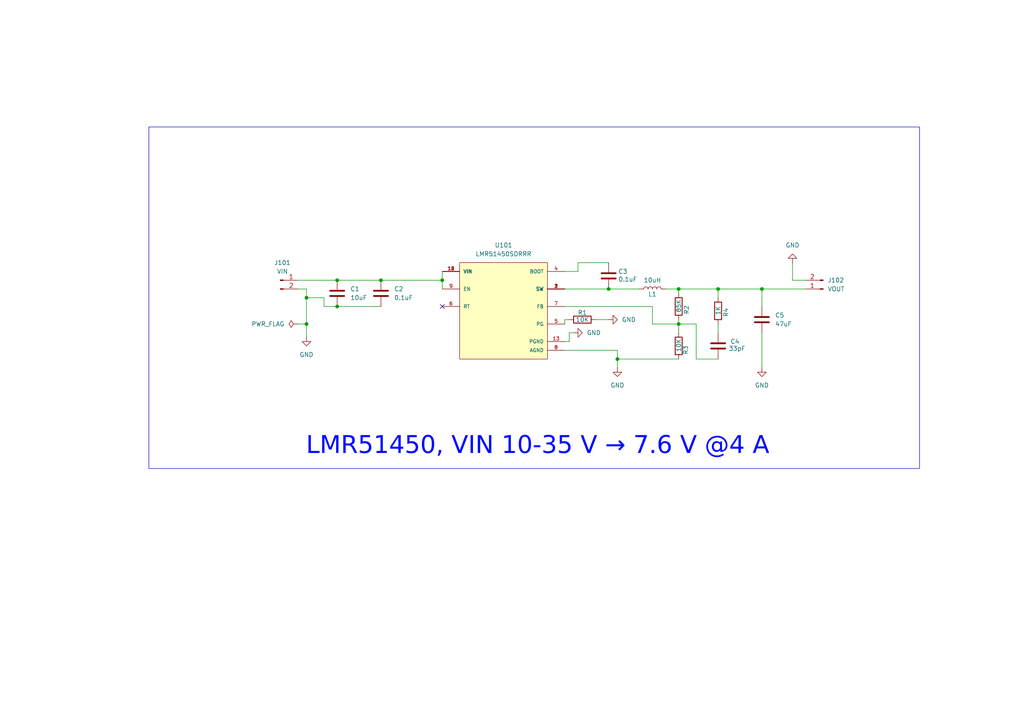
<source format=kicad_sch>
(kicad_sch
	(version 20231120)
	(generator "eeschema")
	(generator_version "8.0")
	(uuid "ba58a1b1-4fb9-4812-9fa8-2d9e693b43a2")
	(paper "A4")
	(title_block
		(title "LMR51450, VIN 10–35 V → 7.6 V @4 A")
		(date "2025-09-13")
		(company "BhargavRamJosh")
	)
	(lib_symbols
		(symbol "Connector:Conn_01x02_Pin"
			(pin_names
				(offset 1.016) hide)
			(exclude_from_sim no)
			(in_bom yes)
			(on_board yes)
			(property "Reference" "J"
				(at 0 2.54 0)
				(effects
					(font
						(size 1.27 1.27)
					)
				)
			)
			(property "Value" "Conn_01x02_Pin"
				(at 0 -5.08 0)
				(effects
					(font
						(size 1.27 1.27)
					)
				)
			)
			(property "Footprint" ""
				(at 0 0 0)
				(effects
					(font
						(size 1.27 1.27)
					)
					(hide yes)
				)
			)
			(property "Datasheet" "~"
				(at 0 0 0)
				(effects
					(font
						(size 1.27 1.27)
					)
					(hide yes)
				)
			)
			(property "Description" "Generic connector, single row, 01x02, script generated"
				(at 0 0 0)
				(effects
					(font
						(size 1.27 1.27)
					)
					(hide yes)
				)
			)
			(property "ki_locked" ""
				(at 0 0 0)
				(effects
					(font
						(size 1.27 1.27)
					)
				)
			)
			(property "ki_keywords" "connector"
				(at 0 0 0)
				(effects
					(font
						(size 1.27 1.27)
					)
					(hide yes)
				)
			)
			(property "ki_fp_filters" "Connector*:*_1x??_*"
				(at 0 0 0)
				(effects
					(font
						(size 1.27 1.27)
					)
					(hide yes)
				)
			)
			(symbol "Conn_01x02_Pin_1_1"
				(polyline
					(pts
						(xy 1.27 -2.54) (xy 0.8636 -2.54)
					)
					(stroke
						(width 0.1524)
						(type default)
					)
					(fill
						(type none)
					)
				)
				(polyline
					(pts
						(xy 1.27 0) (xy 0.8636 0)
					)
					(stroke
						(width 0.1524)
						(type default)
					)
					(fill
						(type none)
					)
				)
				(rectangle
					(start 0.8636 -2.413)
					(end 0 -2.667)
					(stroke
						(width 0.1524)
						(type default)
					)
					(fill
						(type outline)
					)
				)
				(rectangle
					(start 0.8636 0.127)
					(end 0 -0.127)
					(stroke
						(width 0.1524)
						(type default)
					)
					(fill
						(type outline)
					)
				)
				(pin passive line
					(at 5.08 0 180)
					(length 3.81)
					(name "Pin_1"
						(effects
							(font
								(size 1.27 1.27)
							)
						)
					)
					(number "1"
						(effects
							(font
								(size 1.27 1.27)
							)
						)
					)
				)
				(pin passive line
					(at 5.08 -2.54 180)
					(length 3.81)
					(name "Pin_2"
						(effects
							(font
								(size 1.27 1.27)
							)
						)
					)
					(number "2"
						(effects
							(font
								(size 1.27 1.27)
							)
						)
					)
				)
			)
		)
		(symbol "Device:C"
			(pin_numbers hide)
			(pin_names
				(offset 0.254)
			)
			(exclude_from_sim no)
			(in_bom yes)
			(on_board yes)
			(property "Reference" "C"
				(at 0.635 2.54 0)
				(effects
					(font
						(size 1.27 1.27)
					)
					(justify left)
				)
			)
			(property "Value" "C"
				(at 0.635 -2.54 0)
				(effects
					(font
						(size 1.27 1.27)
					)
					(justify left)
				)
			)
			(property "Footprint" ""
				(at 0.9652 -3.81 0)
				(effects
					(font
						(size 1.27 1.27)
					)
					(hide yes)
				)
			)
			(property "Datasheet" "~"
				(at 0 0 0)
				(effects
					(font
						(size 1.27 1.27)
					)
					(hide yes)
				)
			)
			(property "Description" "Unpolarized capacitor"
				(at 0 0 0)
				(effects
					(font
						(size 1.27 1.27)
					)
					(hide yes)
				)
			)
			(property "ki_keywords" "cap capacitor"
				(at 0 0 0)
				(effects
					(font
						(size 1.27 1.27)
					)
					(hide yes)
				)
			)
			(property "ki_fp_filters" "C_*"
				(at 0 0 0)
				(effects
					(font
						(size 1.27 1.27)
					)
					(hide yes)
				)
			)
			(symbol "C_0_1"
				(polyline
					(pts
						(xy -2.032 -0.762) (xy 2.032 -0.762)
					)
					(stroke
						(width 0.508)
						(type default)
					)
					(fill
						(type none)
					)
				)
				(polyline
					(pts
						(xy -2.032 0.762) (xy 2.032 0.762)
					)
					(stroke
						(width 0.508)
						(type default)
					)
					(fill
						(type none)
					)
				)
			)
			(symbol "C_1_1"
				(pin passive line
					(at 0 3.81 270)
					(length 2.794)
					(name "~"
						(effects
							(font
								(size 1.27 1.27)
							)
						)
					)
					(number "1"
						(effects
							(font
								(size 1.27 1.27)
							)
						)
					)
				)
				(pin passive line
					(at 0 -3.81 90)
					(length 2.794)
					(name "~"
						(effects
							(font
								(size 1.27 1.27)
							)
						)
					)
					(number "2"
						(effects
							(font
								(size 1.27 1.27)
							)
						)
					)
				)
			)
		)
		(symbol "Device:L"
			(pin_numbers hide)
			(pin_names
				(offset 1.016) hide)
			(exclude_from_sim no)
			(in_bom yes)
			(on_board yes)
			(property "Reference" "L"
				(at -1.27 0 90)
				(effects
					(font
						(size 1.27 1.27)
					)
				)
			)
			(property "Value" "L"
				(at 1.905 0 90)
				(effects
					(font
						(size 1.27 1.27)
					)
				)
			)
			(property "Footprint" ""
				(at 0 0 0)
				(effects
					(font
						(size 1.27 1.27)
					)
					(hide yes)
				)
			)
			(property "Datasheet" "~"
				(at 0 0 0)
				(effects
					(font
						(size 1.27 1.27)
					)
					(hide yes)
				)
			)
			(property "Description" "Inductor"
				(at 0 0 0)
				(effects
					(font
						(size 1.27 1.27)
					)
					(hide yes)
				)
			)
			(property "ki_keywords" "inductor choke coil reactor magnetic"
				(at 0 0 0)
				(effects
					(font
						(size 1.27 1.27)
					)
					(hide yes)
				)
			)
			(property "ki_fp_filters" "Choke_* *Coil* Inductor_* L_*"
				(at 0 0 0)
				(effects
					(font
						(size 1.27 1.27)
					)
					(hide yes)
				)
			)
			(symbol "L_0_1"
				(arc
					(start 0 -2.54)
					(mid 0.6323 -1.905)
					(end 0 -1.27)
					(stroke
						(width 0)
						(type default)
					)
					(fill
						(type none)
					)
				)
				(arc
					(start 0 -1.27)
					(mid 0.6323 -0.635)
					(end 0 0)
					(stroke
						(width 0)
						(type default)
					)
					(fill
						(type none)
					)
				)
				(arc
					(start 0 0)
					(mid 0.6323 0.635)
					(end 0 1.27)
					(stroke
						(width 0)
						(type default)
					)
					(fill
						(type none)
					)
				)
				(arc
					(start 0 1.27)
					(mid 0.6323 1.905)
					(end 0 2.54)
					(stroke
						(width 0)
						(type default)
					)
					(fill
						(type none)
					)
				)
			)
			(symbol "L_1_1"
				(pin passive line
					(at 0 3.81 270)
					(length 1.27)
					(name "1"
						(effects
							(font
								(size 1.27 1.27)
							)
						)
					)
					(number "1"
						(effects
							(font
								(size 1.27 1.27)
							)
						)
					)
				)
				(pin passive line
					(at 0 -3.81 90)
					(length 1.27)
					(name "2"
						(effects
							(font
								(size 1.27 1.27)
							)
						)
					)
					(number "2"
						(effects
							(font
								(size 1.27 1.27)
							)
						)
					)
				)
			)
		)
		(symbol "Device:R"
			(pin_numbers hide)
			(pin_names
				(offset 0)
			)
			(exclude_from_sim no)
			(in_bom yes)
			(on_board yes)
			(property "Reference" "R"
				(at 2.032 0 90)
				(effects
					(font
						(size 1.27 1.27)
					)
				)
			)
			(property "Value" "R"
				(at 0 0 90)
				(effects
					(font
						(size 1.27 1.27)
					)
				)
			)
			(property "Footprint" ""
				(at -1.778 0 90)
				(effects
					(font
						(size 1.27 1.27)
					)
					(hide yes)
				)
			)
			(property "Datasheet" "~"
				(at 0 0 0)
				(effects
					(font
						(size 1.27 1.27)
					)
					(hide yes)
				)
			)
			(property "Description" "Resistor"
				(at 0 0 0)
				(effects
					(font
						(size 1.27 1.27)
					)
					(hide yes)
				)
			)
			(property "ki_keywords" "R res resistor"
				(at 0 0 0)
				(effects
					(font
						(size 1.27 1.27)
					)
					(hide yes)
				)
			)
			(property "ki_fp_filters" "R_*"
				(at 0 0 0)
				(effects
					(font
						(size 1.27 1.27)
					)
					(hide yes)
				)
			)
			(symbol "R_0_1"
				(rectangle
					(start -1.016 -2.54)
					(end 1.016 2.54)
					(stroke
						(width 0.254)
						(type default)
					)
					(fill
						(type none)
					)
				)
			)
			(symbol "R_1_1"
				(pin passive line
					(at 0 3.81 270)
					(length 1.27)
					(name "~"
						(effects
							(font
								(size 1.27 1.27)
							)
						)
					)
					(number "1"
						(effects
							(font
								(size 1.27 1.27)
							)
						)
					)
				)
				(pin passive line
					(at 0 -3.81 90)
					(length 1.27)
					(name "~"
						(effects
							(font
								(size 1.27 1.27)
							)
						)
					)
					(number "2"
						(effects
							(font
								(size 1.27 1.27)
							)
						)
					)
				)
			)
		)
		(symbol "LMR51450SDRRR:LMR51450SDRRR"
			(pin_names
				(offset 1.016)
			)
			(exclude_from_sim no)
			(in_bom yes)
			(on_board yes)
			(property "Reference" "U"
				(at -12.7 13.335 0)
				(effects
					(font
						(size 1.27 1.27)
					)
					(justify left bottom)
				)
			)
			(property "Value" "LMR51450SDRRR"
				(at -12.7 -17.78 0)
				(effects
					(font
						(size 1.27 1.27)
					)
					(justify left bottom)
				)
			)
			(property "Footprint" "LMR51450SDRRR:CONV_LMR51450SDRRR"
				(at 0 0 0)
				(effects
					(font
						(size 1.27 1.27)
					)
					(justify bottom)
					(hide yes)
				)
			)
			(property "Datasheet" ""
				(at 0 0 0)
				(effects
					(font
						(size 1.27 1.27)
					)
					(hide yes)
				)
			)
			(property "Description" ""
				(at 0 0 0)
				(effects
					(font
						(size 1.27 1.27)
					)
					(hide yes)
				)
			)
			(property "DigiKey_Part_Number" "296-LMR51450SDRRRCT-ND"
				(at 0 0 0)
				(effects
					(font
						(size 1.27 1.27)
					)
					(justify bottom)
					(hide yes)
				)
			)
			(property "SnapEDA_Link" "https://www.snapeda.com/parts/LMR51450SDRRR/Texas+Instruments/view-part/?ref=snap"
				(at 0 0 0)
				(effects
					(font
						(size 1.27 1.27)
					)
					(justify bottom)
					(hide yes)
				)
			)
			(property "MAXIMUM_PACKAGE_HEIGHT" "0.80 mm"
				(at 0 0 0)
				(effects
					(font
						(size 1.27 1.27)
					)
					(justify bottom)
					(hide yes)
				)
			)
			(property "Package" "WSON-12 Texas Instruments"
				(at 0 0 0)
				(effects
					(font
						(size 1.27 1.27)
					)
					(justify bottom)
					(hide yes)
				)
			)
			(property "Check_prices" "https://www.snapeda.com/parts/LMR51450SDRRR/Texas+Instruments/view-part/?ref=eda"
				(at 0 0 0)
				(effects
					(font
						(size 1.27 1.27)
					)
					(justify bottom)
					(hide yes)
				)
			)
			(property "STANDARD" "Manufacturer Recommendations"
				(at 0 0 0)
				(effects
					(font
						(size 1.27 1.27)
					)
					(justify bottom)
					(hide yes)
				)
			)
			(property "PARTREV" "December 2022"
				(at 0 0 0)
				(effects
					(font
						(size 1.27 1.27)
					)
					(justify bottom)
					(hide yes)
				)
			)
			(property "MF" "Texas Instruments"
				(at 0 0 0)
				(effects
					(font
						(size 1.27 1.27)
					)
					(justify bottom)
					(hide yes)
				)
			)
			(property "MP" "LMR51450SDRRR"
				(at 0 0 0)
				(effects
					(font
						(size 1.27 1.27)
					)
					(justify bottom)
					(hide yes)
				)
			)
			(property "Description_1" "\n                        \n                            36-V, 5-A synchronous buck converter\n                        \n"
				(at 0 0 0)
				(effects
					(font
						(size 1.27 1.27)
					)
					(justify bottom)
					(hide yes)
				)
			)
			(property "MANUFACTURER" "Texas Instruments"
				(at 0 0 0)
				(effects
					(font
						(size 1.27 1.27)
					)
					(justify bottom)
					(hide yes)
				)
			)
			(symbol "LMR51450SDRRR_0_0"
				(rectangle
					(start -12.7 -15.24)
					(end 12.7 12.7)
					(stroke
						(width 0.1524)
						(type default)
					)
					(fill
						(type background)
					)
				)
				(pin output line
					(at 17.78 5.08 180)
					(length 5.08)
					(name "SW"
						(effects
							(font
								(size 1.016 1.016)
							)
						)
					)
					(number "1"
						(effects
							(font
								(size 1.016 1.016)
							)
						)
					)
				)
				(pin input line
					(at -17.78 10.16 0)
					(length 5.08)
					(name "VIN"
						(effects
							(font
								(size 1.016 1.016)
							)
						)
					)
					(number "10"
						(effects
							(font
								(size 1.016 1.016)
							)
						)
					)
				)
				(pin input line
					(at -17.78 10.16 0)
					(length 5.08)
					(name "VIN"
						(effects
							(font
								(size 1.016 1.016)
							)
						)
					)
					(number "11"
						(effects
							(font
								(size 1.016 1.016)
							)
						)
					)
				)
				(pin input line
					(at -17.78 10.16 0)
					(length 5.08)
					(name "VIN"
						(effects
							(font
								(size 1.016 1.016)
							)
						)
					)
					(number "12"
						(effects
							(font
								(size 1.016 1.016)
							)
						)
					)
				)
				(pin power_in line
					(at 17.78 -10.16 180)
					(length 5.08)
					(name "PGND"
						(effects
							(font
								(size 1.016 1.016)
							)
						)
					)
					(number "13"
						(effects
							(font
								(size 1.016 1.016)
							)
						)
					)
				)
				(pin output line
					(at 17.78 5.08 180)
					(length 5.08)
					(name "SW"
						(effects
							(font
								(size 1.016 1.016)
							)
						)
					)
					(number "2"
						(effects
							(font
								(size 1.016 1.016)
							)
						)
					)
				)
				(pin output line
					(at 17.78 5.08 180)
					(length 5.08)
					(name "SW"
						(effects
							(font
								(size 1.016 1.016)
							)
						)
					)
					(number "3"
						(effects
							(font
								(size 1.016 1.016)
							)
						)
					)
				)
				(pin passive line
					(at 17.78 10.16 180)
					(length 5.08)
					(name "BOOT"
						(effects
							(font
								(size 1.016 1.016)
							)
						)
					)
					(number "4"
						(effects
							(font
								(size 1.016 1.016)
							)
						)
					)
				)
				(pin output line
					(at 17.78 -5.08 180)
					(length 5.08)
					(name "PG"
						(effects
							(font
								(size 1.016 1.016)
							)
						)
					)
					(number "5"
						(effects
							(font
								(size 1.016 1.016)
							)
						)
					)
				)
				(pin input line
					(at -17.78 0 0)
					(length 5.08)
					(name "RT"
						(effects
							(font
								(size 1.016 1.016)
							)
						)
					)
					(number "6"
						(effects
							(font
								(size 1.016 1.016)
							)
						)
					)
				)
				(pin input line
					(at 17.78 0 180)
					(length 5.08)
					(name "FB"
						(effects
							(font
								(size 1.016 1.016)
							)
						)
					)
					(number "7"
						(effects
							(font
								(size 1.016 1.016)
							)
						)
					)
				)
				(pin power_in line
					(at 17.78 -12.7 180)
					(length 5.08)
					(name "AGND"
						(effects
							(font
								(size 1.016 1.016)
							)
						)
					)
					(number "8"
						(effects
							(font
								(size 1.016 1.016)
							)
						)
					)
				)
				(pin input line
					(at -17.78 5.08 0)
					(length 5.08)
					(name "EN"
						(effects
							(font
								(size 1.016 1.016)
							)
						)
					)
					(number "9"
						(effects
							(font
								(size 1.016 1.016)
							)
						)
					)
				)
			)
		)
		(symbol "power:GND"
			(power)
			(pin_numbers hide)
			(pin_names
				(offset 0) hide)
			(exclude_from_sim no)
			(in_bom yes)
			(on_board yes)
			(property "Reference" "#PWR"
				(at 0 -6.35 0)
				(effects
					(font
						(size 1.27 1.27)
					)
					(hide yes)
				)
			)
			(property "Value" "GND"
				(at 0 -3.81 0)
				(effects
					(font
						(size 1.27 1.27)
					)
				)
			)
			(property "Footprint" ""
				(at 0 0 0)
				(effects
					(font
						(size 1.27 1.27)
					)
					(hide yes)
				)
			)
			(property "Datasheet" ""
				(at 0 0 0)
				(effects
					(font
						(size 1.27 1.27)
					)
					(hide yes)
				)
			)
			(property "Description" "Power symbol creates a global label with name \"GND\" , ground"
				(at 0 0 0)
				(effects
					(font
						(size 1.27 1.27)
					)
					(hide yes)
				)
			)
			(property "ki_keywords" "global power"
				(at 0 0 0)
				(effects
					(font
						(size 1.27 1.27)
					)
					(hide yes)
				)
			)
			(symbol "GND_0_1"
				(polyline
					(pts
						(xy 0 0) (xy 0 -1.27) (xy 1.27 -1.27) (xy 0 -2.54) (xy -1.27 -1.27) (xy 0 -1.27)
					)
					(stroke
						(width 0)
						(type default)
					)
					(fill
						(type none)
					)
				)
			)
			(symbol "GND_1_1"
				(pin power_in line
					(at 0 0 270)
					(length 0)
					(name "~"
						(effects
							(font
								(size 1.27 1.27)
							)
						)
					)
					(number "1"
						(effects
							(font
								(size 1.27 1.27)
							)
						)
					)
				)
			)
		)
		(symbol "power:PWR_FLAG"
			(power)
			(pin_numbers hide)
			(pin_names
				(offset 0) hide)
			(exclude_from_sim no)
			(in_bom yes)
			(on_board yes)
			(property "Reference" "#FLG"
				(at 0 1.905 0)
				(effects
					(font
						(size 1.27 1.27)
					)
					(hide yes)
				)
			)
			(property "Value" "PWR_FLAG"
				(at 0 3.81 0)
				(effects
					(font
						(size 1.27 1.27)
					)
				)
			)
			(property "Footprint" ""
				(at 0 0 0)
				(effects
					(font
						(size 1.27 1.27)
					)
					(hide yes)
				)
			)
			(property "Datasheet" "~"
				(at 0 0 0)
				(effects
					(font
						(size 1.27 1.27)
					)
					(hide yes)
				)
			)
			(property "Description" "Special symbol for telling ERC where power comes from"
				(at 0 0 0)
				(effects
					(font
						(size 1.27 1.27)
					)
					(hide yes)
				)
			)
			(property "ki_keywords" "flag power"
				(at 0 0 0)
				(effects
					(font
						(size 1.27 1.27)
					)
					(hide yes)
				)
			)
			(symbol "PWR_FLAG_0_0"
				(pin power_out line
					(at 0 0 90)
					(length 0)
					(name "~"
						(effects
							(font
								(size 1.27 1.27)
							)
						)
					)
					(number "1"
						(effects
							(font
								(size 1.27 1.27)
							)
						)
					)
				)
			)
			(symbol "PWR_FLAG_0_1"
				(polyline
					(pts
						(xy 0 0) (xy 0 1.27) (xy -1.016 1.905) (xy 0 2.54) (xy 1.016 1.905) (xy 0 1.27)
					)
					(stroke
						(width 0)
						(type default)
					)
					(fill
						(type none)
					)
				)
			)
		)
	)
	(junction
		(at 88.9 93.98)
		(diameter 0)
		(color 0 0 0 0)
		(uuid "1e99f12c-902f-4574-8b91-7db434334acf")
	)
	(junction
		(at 176.53 83.82)
		(diameter 0)
		(color 0 0 0 0)
		(uuid "23b695b7-d768-497f-95d3-4dee98588c52")
	)
	(junction
		(at 196.85 93.98)
		(diameter 0)
		(color 0 0 0 0)
		(uuid "425c14ee-50f6-4d5d-abf5-487360be1d94")
	)
	(junction
		(at 110.49 81.28)
		(diameter 0)
		(color 0 0 0 0)
		(uuid "496220c0-ce9a-4273-9296-0eeaec12fccd")
	)
	(junction
		(at 208.28 83.82)
		(diameter 0)
		(color 0 0 0 0)
		(uuid "59597781-26c8-49d5-b836-15267e9d6645")
	)
	(junction
		(at 179.07 104.14)
		(diameter 0)
		(color 0 0 0 0)
		(uuid "ad703a86-54e2-403b-a6bc-3931c78c1c41")
	)
	(junction
		(at 88.9 86.36)
		(diameter 0)
		(color 0 0 0 0)
		(uuid "b15d6af8-fb3d-48d9-8a3a-a29a363c3b74")
	)
	(junction
		(at 128.27 81.28)
		(diameter 0)
		(color 0 0 0 0)
		(uuid "c4c764f4-1dba-47b2-8b03-ecdfc0d5c0ef")
	)
	(junction
		(at 97.79 81.28)
		(diameter 0)
		(color 0 0 0 0)
		(uuid "cd8013b6-fcea-4a73-aee2-d15d55b139e7")
	)
	(junction
		(at 97.79 88.9)
		(diameter 0)
		(color 0 0 0 0)
		(uuid "e546effc-b5ce-47b4-9956-c281c1daf3ff")
	)
	(junction
		(at 196.85 83.82)
		(diameter 0)
		(color 0 0 0 0)
		(uuid "f1af4509-0e29-4319-bec5-e6c3787fa4c0")
	)
	(junction
		(at 220.98 83.82)
		(diameter 0)
		(color 0 0 0 0)
		(uuid "f9585b44-cd74-48c1-8097-0f366b91b00b")
	)
	(no_connect
		(at 128.27 88.9)
		(uuid "5e82deea-1ec9-4495-afed-2e2cb51e957e")
	)
	(wire
		(pts
			(xy 193.04 83.82) (xy 196.85 83.82)
		)
		(stroke
			(width 0)
			(type default)
		)
		(uuid "00914d85-008d-4c5c-93d8-65ee76d64710")
	)
	(wire
		(pts
			(xy 201.93 104.14) (xy 201.93 93.98)
		)
		(stroke
			(width 0)
			(type default)
		)
		(uuid "03383d66-059b-405b-80d4-f042b357bf30")
	)
	(wire
		(pts
			(xy 208.28 104.14) (xy 201.93 104.14)
		)
		(stroke
			(width 0)
			(type default)
		)
		(uuid "04d79124-cb26-422b-968d-d44ac0e11c2b")
	)
	(wire
		(pts
			(xy 167.64 78.74) (xy 167.64 76.2)
		)
		(stroke
			(width 0)
			(type default)
		)
		(uuid "151b291d-5fd0-45c0-8f09-da16985b4268")
	)
	(wire
		(pts
			(xy 167.64 76.2) (xy 176.53 76.2)
		)
		(stroke
			(width 0)
			(type default)
		)
		(uuid "17da0c44-f537-4801-b400-44bfae03932b")
	)
	(wire
		(pts
			(xy 229.87 76.2) (xy 229.87 81.28)
		)
		(stroke
			(width 0)
			(type default)
		)
		(uuid "242ba699-042e-442c-999b-72d01c81d10e")
	)
	(wire
		(pts
			(xy 163.83 78.74) (xy 167.64 78.74)
		)
		(stroke
			(width 0)
			(type default)
		)
		(uuid "2450d0b7-36f5-46b3-8ed9-e2c2b6d55ba7")
	)
	(wire
		(pts
			(xy 196.85 83.82) (xy 208.28 83.82)
		)
		(stroke
			(width 0)
			(type default)
		)
		(uuid "32f1798d-7f9c-4fbb-8b28-80e4e194755b")
	)
	(wire
		(pts
			(xy 179.07 104.14) (xy 179.07 106.68)
		)
		(stroke
			(width 0)
			(type default)
		)
		(uuid "36558a65-03ca-4462-9c55-8b8e00bb84b1")
	)
	(wire
		(pts
			(xy 110.49 81.28) (xy 128.27 81.28)
		)
		(stroke
			(width 0)
			(type default)
		)
		(uuid "39e09e11-a56a-493a-a4b9-df78876b1770")
	)
	(wire
		(pts
			(xy 172.72 92.71) (xy 176.53 92.71)
		)
		(stroke
			(width 0)
			(type default)
		)
		(uuid "3da66677-563d-4c5c-8b4a-808bd41727b2")
	)
	(wire
		(pts
			(xy 208.28 93.98) (xy 208.28 96.52)
		)
		(stroke
			(width 0)
			(type default)
		)
		(uuid "3e684088-6fc2-43be-bb7d-f555f2ef154b")
	)
	(wire
		(pts
			(xy 208.28 83.82) (xy 220.98 83.82)
		)
		(stroke
			(width 0)
			(type default)
		)
		(uuid "499ff40d-ec20-4458-a18f-a9b6e55aefe6")
	)
	(wire
		(pts
			(xy 88.9 93.98) (xy 88.9 97.79)
		)
		(stroke
			(width 0)
			(type default)
		)
		(uuid "536c60ae-f006-40b5-ba33-6211c2d2221f")
	)
	(wire
		(pts
			(xy 165.1 96.52) (xy 166.37 96.52)
		)
		(stroke
			(width 0)
			(type default)
		)
		(uuid "5b6ff1df-b2f6-4acd-b2f5-2f6ffb74da22")
	)
	(wire
		(pts
			(xy 196.85 83.82) (xy 196.85 85.09)
		)
		(stroke
			(width 0)
			(type default)
		)
		(uuid "620325a4-b1eb-4345-9905-6dcf28fa33ab")
	)
	(wire
		(pts
			(xy 97.79 81.28) (xy 110.49 81.28)
		)
		(stroke
			(width 0)
			(type default)
		)
		(uuid "64768cf0-d35b-4c0f-94e1-1e9140d0b072")
	)
	(wire
		(pts
			(xy 128.27 81.28) (xy 128.27 78.74)
		)
		(stroke
			(width 0)
			(type default)
		)
		(uuid "682e671f-76ed-47ab-b0b1-acdf48906ed1")
	)
	(wire
		(pts
			(xy 97.79 88.9) (xy 110.49 88.9)
		)
		(stroke
			(width 0)
			(type default)
		)
		(uuid "6e3b4e7b-6aa4-48a5-b7c2-177589997d7e")
	)
	(wire
		(pts
			(xy 163.83 88.9) (xy 189.23 88.9)
		)
		(stroke
			(width 0)
			(type default)
		)
		(uuid "70e049e8-2f26-49c9-abd2-40ebc9449b8e")
	)
	(wire
		(pts
			(xy 220.98 96.52) (xy 220.98 106.68)
		)
		(stroke
			(width 0)
			(type default)
		)
		(uuid "7b9ee764-67ed-4421-abe2-7282fffdb840")
	)
	(wire
		(pts
			(xy 165.1 99.06) (xy 163.83 99.06)
		)
		(stroke
			(width 0)
			(type default)
		)
		(uuid "7bf7fe09-62b5-4f60-830d-bb6d74e31b4f")
	)
	(wire
		(pts
			(xy 128.27 81.28) (xy 128.27 83.82)
		)
		(stroke
			(width 0)
			(type default)
		)
		(uuid "7cb85e17-4656-4db1-9418-e73a7d535dc3")
	)
	(wire
		(pts
			(xy 201.93 93.98) (xy 196.85 93.98)
		)
		(stroke
			(width 0)
			(type default)
		)
		(uuid "821c16cb-55d2-4126-b23d-11d1365232fb")
	)
	(wire
		(pts
			(xy 86.36 81.28) (xy 97.79 81.28)
		)
		(stroke
			(width 0)
			(type default)
		)
		(uuid "85ecaa31-fc9f-4503-a689-8d1a50fd1be8")
	)
	(wire
		(pts
			(xy 208.28 83.82) (xy 208.28 86.36)
		)
		(stroke
			(width 0)
			(type default)
		)
		(uuid "903ca31c-58e6-4c60-a663-e2cc4005c664")
	)
	(wire
		(pts
			(xy 179.07 101.6) (xy 179.07 104.14)
		)
		(stroke
			(width 0)
			(type default)
		)
		(uuid "936a02f6-fd4f-4343-8c16-7f42950db7c4")
	)
	(wire
		(pts
			(xy 196.85 93.98) (xy 196.85 96.52)
		)
		(stroke
			(width 0)
			(type default)
		)
		(uuid "9520c130-9698-4f72-b4f2-9183cfd4b19c")
	)
	(wire
		(pts
			(xy 93.98 88.9) (xy 93.98 86.36)
		)
		(stroke
			(width 0)
			(type default)
		)
		(uuid "9873fbf2-6ff6-4296-ad6e-cebb76af3dee")
	)
	(wire
		(pts
			(xy 88.9 86.36) (xy 88.9 93.98)
		)
		(stroke
			(width 0)
			(type default)
		)
		(uuid "a4fc673e-a327-4394-9819-52892a10bb05")
	)
	(wire
		(pts
			(xy 163.83 93.98) (xy 163.83 92.71)
		)
		(stroke
			(width 0)
			(type default)
		)
		(uuid "a5dc8fec-a94b-40c5-87dc-2342b3fcc5cb")
	)
	(wire
		(pts
			(xy 88.9 83.82) (xy 88.9 86.36)
		)
		(stroke
			(width 0)
			(type default)
		)
		(uuid "af63940d-3696-4020-b4f7-5d185ee28e6a")
	)
	(wire
		(pts
			(xy 165.1 96.52) (xy 165.1 99.06)
		)
		(stroke
			(width 0)
			(type default)
		)
		(uuid "b3d14d51-caf5-4e84-a6f9-c73b21fd6fae")
	)
	(wire
		(pts
			(xy 233.68 81.28) (xy 229.87 81.28)
		)
		(stroke
			(width 0)
			(type default)
		)
		(uuid "b47a64bc-162d-44b8-b7f3-781609f966d1")
	)
	(wire
		(pts
			(xy 220.98 83.82) (xy 233.68 83.82)
		)
		(stroke
			(width 0)
			(type default)
		)
		(uuid "ba672187-ec6e-465c-96c1-d5ce69eee258")
	)
	(wire
		(pts
			(xy 93.98 86.36) (xy 88.9 86.36)
		)
		(stroke
			(width 0)
			(type default)
		)
		(uuid "bc97b8a9-f6fe-4682-b6df-59c8ba310842")
	)
	(wire
		(pts
			(xy 176.53 83.82) (xy 185.42 83.82)
		)
		(stroke
			(width 0)
			(type default)
		)
		(uuid "c64b6594-2167-4128-985e-ba8bb019f13c")
	)
	(wire
		(pts
			(xy 179.07 104.14) (xy 196.85 104.14)
		)
		(stroke
			(width 0)
			(type default)
		)
		(uuid "cb3fbb2b-a2cc-4376-bad7-dd79f32b879f")
	)
	(wire
		(pts
			(xy 97.79 88.9) (xy 93.98 88.9)
		)
		(stroke
			(width 0)
			(type default)
		)
		(uuid "cb861f42-f280-4f16-b57c-ea2766e96e02")
	)
	(wire
		(pts
			(xy 86.36 93.98) (xy 88.9 93.98)
		)
		(stroke
			(width 0)
			(type default)
		)
		(uuid "cce95af0-3449-4de2-81ed-f839fe17efdb")
	)
	(wire
		(pts
			(xy 196.85 92.71) (xy 196.85 93.98)
		)
		(stroke
			(width 0)
			(type default)
		)
		(uuid "dbe62445-5c48-4483-ae95-b489a771cecf")
	)
	(wire
		(pts
			(xy 88.9 83.82) (xy 86.36 83.82)
		)
		(stroke
			(width 0)
			(type default)
		)
		(uuid "de3c4190-f21e-4b46-883e-aab8ae7f3902")
	)
	(wire
		(pts
			(xy 163.83 101.6) (xy 179.07 101.6)
		)
		(stroke
			(width 0)
			(type default)
		)
		(uuid "e5b90d93-0802-4b7c-886b-31040891d836")
	)
	(wire
		(pts
			(xy 189.23 88.9) (xy 189.23 93.98)
		)
		(stroke
			(width 0)
			(type default)
		)
		(uuid "e8a8924c-cc8b-4db4-b85f-ed5206ed561e")
	)
	(wire
		(pts
			(xy 163.83 83.82) (xy 176.53 83.82)
		)
		(stroke
			(width 0)
			(type default)
		)
		(uuid "e961a2d6-94fd-4389-96ce-99dd98358fe5")
	)
	(wire
		(pts
			(xy 163.83 92.71) (xy 165.1 92.71)
		)
		(stroke
			(width 0)
			(type default)
		)
		(uuid "ee4e91f8-c4c9-481f-b558-03b2ea319df1")
	)
	(wire
		(pts
			(xy 189.23 93.98) (xy 196.85 93.98)
		)
		(stroke
			(width 0)
			(type default)
		)
		(uuid "f544f989-a724-45a8-987c-aafde69cb69a")
	)
	(wire
		(pts
			(xy 220.98 83.82) (xy 220.98 88.9)
		)
		(stroke
			(width 0)
			(type default)
		)
		(uuid "fce3d405-9d99-481e-8cda-ad97758a5e6a")
	)
	(rectangle
		(start 266.7 135.89)
		(end 43.18 36.83)
		(stroke
			(width 0)
			(type default)
		)
		(fill
			(type none)
		)
		(uuid 62170d88-a5ab-4c94-8a5e-947ce0ab249e)
	)
	(text "LMR51450, VIN 10-35 V → 7.6 V @4 A"
		(exclude_from_sim no)
		(at 155.956 130.81 0)
		(effects
			(font
				(face "Arial")
				(size 5.08 5.08)
				(color 0 6 255 1)
			)
		)
		(uuid "1defcff6-df01-4f5d-aa4e-29a48afd0179")
	)
	(symbol
		(lib_id "power:PWR_FLAG")
		(at 86.36 93.98 90)
		(unit 1)
		(exclude_from_sim no)
		(in_bom yes)
		(on_board yes)
		(dnp no)
		(fields_autoplaced yes)
		(uuid "05aa04a8-5886-4404-b23f-0c096a49c996")
		(property "Reference" "#FLG0101"
			(at 84.455 93.98 0)
			(effects
				(font
					(size 1.27 1.27)
				)
				(hide yes)
			)
		)
		(property "Value" "PWR_FLAG"
			(at 82.55 93.9799 90)
			(effects
				(font
					(size 1.27 1.27)
				)
				(justify left)
			)
		)
		(property "Footprint" ""
			(at 86.36 93.98 0)
			(effects
				(font
					(size 1.27 1.27)
				)
				(hide yes)
			)
		)
		(property "Datasheet" "~"
			(at 86.36 93.98 0)
			(effects
				(font
					(size 1.27 1.27)
				)
				(hide yes)
			)
		)
		(property "Description" "Special symbol for telling ERC where power comes from"
			(at 86.36 93.98 0)
			(effects
				(font
					(size 1.27 1.27)
				)
				(hide yes)
			)
		)
		(pin "1"
			(uuid "9fa5b2ac-b1de-4768-8b96-09daa15c5d17")
		)
		(instances
			(project "DCtoDC"
				(path "/ba58a1b1-4fb9-4812-9fa8-2d9e693b43a2"
					(reference "#FLG0101")
					(unit 1)
				)
			)
		)
	)
	(symbol
		(lib_id "power:GND")
		(at 176.53 92.71 90)
		(unit 1)
		(exclude_from_sim no)
		(in_bom yes)
		(on_board yes)
		(dnp no)
		(fields_autoplaced yes)
		(uuid "183ffd88-e2e7-49eb-8f22-08a7cc3cde2c")
		(property "Reference" "#PWR0103"
			(at 182.88 92.71 0)
			(effects
				(font
					(size 1.27 1.27)
				)
				(hide yes)
			)
		)
		(property "Value" "GND"
			(at 180.34 92.7099 90)
			(effects
				(font
					(size 1.27 1.27)
				)
				(justify right)
			)
		)
		(property "Footprint" ""
			(at 176.53 92.71 0)
			(effects
				(font
					(size 1.27 1.27)
				)
				(hide yes)
			)
		)
		(property "Datasheet" ""
			(at 176.53 92.71 0)
			(effects
				(font
					(size 1.27 1.27)
				)
				(hide yes)
			)
		)
		(property "Description" "Power symbol creates a global label with name \"GND\" , ground"
			(at 176.53 92.71 0)
			(effects
				(font
					(size 1.27 1.27)
				)
				(hide yes)
			)
		)
		(pin "1"
			(uuid "de660264-0f3b-45ed-b86c-dacca25419e8")
		)
		(instances
			(project ""
				(path "/ba58a1b1-4fb9-4812-9fa8-2d9e693b43a2"
					(reference "#PWR0103")
					(unit 1)
				)
			)
		)
	)
	(symbol
		(lib_id "power:GND")
		(at 179.07 106.68 0)
		(unit 1)
		(exclude_from_sim no)
		(in_bom yes)
		(on_board yes)
		(dnp no)
		(fields_autoplaced yes)
		(uuid "1c1106a8-da2c-4504-8270-6d0d0027ba01")
		(property "Reference" "#PWR0105"
			(at 179.07 113.03 0)
			(effects
				(font
					(size 1.27 1.27)
				)
				(hide yes)
			)
		)
		(property "Value" "GND"
			(at 179.07 111.76 0)
			(effects
				(font
					(size 1.27 1.27)
				)
			)
		)
		(property "Footprint" ""
			(at 179.07 106.68 0)
			(effects
				(font
					(size 1.27 1.27)
				)
				(hide yes)
			)
		)
		(property "Datasheet" ""
			(at 179.07 106.68 0)
			(effects
				(font
					(size 1.27 1.27)
				)
				(hide yes)
			)
		)
		(property "Description" "Power symbol creates a global label with name \"GND\" , ground"
			(at 179.07 106.68 0)
			(effects
				(font
					(size 1.27 1.27)
				)
				(hide yes)
			)
		)
		(pin "1"
			(uuid "1bc6fb4c-5f4f-4665-a023-1273ee6768bc")
		)
		(instances
			(project ""
				(path "/ba58a1b1-4fb9-4812-9fa8-2d9e693b43a2"
					(reference "#PWR0105")
					(unit 1)
				)
			)
		)
	)
	(symbol
		(lib_id "Device:R")
		(at 208.28 90.17 0)
		(unit 1)
		(exclude_from_sim no)
		(in_bom yes)
		(on_board yes)
		(dnp no)
		(uuid "1fb9aec3-7541-4e2a-a880-95165b15da9f")
		(property "Reference" "R4"
			(at 210.566 91.948 90)
			(effects
				(font
					(size 1.27 1.27)
				)
				(justify left)
			)
		)
		(property "Value" "1K"
			(at 208.28 91.44 90)
			(effects
				(font
					(size 1.27 1.27)
				)
				(justify left)
			)
		)
		(property "Footprint" "Resistor_SMD:R_0201_0603Metric"
			(at 206.502 90.17 90)
			(effects
				(font
					(size 1.27 1.27)
				)
				(hide yes)
			)
		)
		(property "Datasheet" "~"
			(at 208.28 90.17 0)
			(effects
				(font
					(size 1.27 1.27)
				)
				(hide yes)
			)
		)
		(property "Description" "Resistor"
			(at 208.28 90.17 0)
			(effects
				(font
					(size 1.27 1.27)
				)
				(hide yes)
			)
		)
		(pin "2"
			(uuid "8321ccf8-c563-415d-a250-b17aaf7e8e5e")
		)
		(pin "1"
			(uuid "d9562419-6336-46f3-bb75-70afe169c3e7")
		)
		(instances
			(project ""
				(path "/ba58a1b1-4fb9-4812-9fa8-2d9e693b43a2"
					(reference "R4")
					(unit 1)
				)
			)
		)
	)
	(symbol
		(lib_id "power:GND")
		(at 166.37 96.52 90)
		(unit 1)
		(exclude_from_sim no)
		(in_bom yes)
		(on_board yes)
		(dnp no)
		(fields_autoplaced yes)
		(uuid "3ab85b43-f9fa-44e2-bf8d-ed815fd3fdc7")
		(property "Reference" "#PWR0101"
			(at 172.72 96.52 0)
			(effects
				(font
					(size 1.27 1.27)
				)
				(hide yes)
			)
		)
		(property "Value" "GND"
			(at 170.18 96.5199 90)
			(effects
				(font
					(size 1.27 1.27)
				)
				(justify right)
			)
		)
		(property "Footprint" ""
			(at 166.37 96.52 0)
			(effects
				(font
					(size 1.27 1.27)
				)
				(hide yes)
			)
		)
		(property "Datasheet" ""
			(at 166.37 96.52 0)
			(effects
				(font
					(size 1.27 1.27)
				)
				(hide yes)
			)
		)
		(property "Description" "Power symbol creates a global label with name \"GND\" , ground"
			(at 166.37 96.52 0)
			(effects
				(font
					(size 1.27 1.27)
				)
				(hide yes)
			)
		)
		(pin "1"
			(uuid "5f12b3e0-0f2c-4fae-b2e0-437fbcd494f1")
		)
		(instances
			(project ""
				(path "/ba58a1b1-4fb9-4812-9fa8-2d9e693b43a2"
					(reference "#PWR0101")
					(unit 1)
				)
			)
		)
	)
	(symbol
		(lib_id "Device:R")
		(at 196.85 100.33 0)
		(unit 1)
		(exclude_from_sim no)
		(in_bom yes)
		(on_board yes)
		(dnp no)
		(uuid "4f78631d-05cb-46ad-93ea-a8201004dd52")
		(property "Reference" "R3"
			(at 198.882 102.87 90)
			(effects
				(font
					(size 1.27 1.27)
				)
				(justify left)
			)
		)
		(property "Value" "10K"
			(at 196.85 102.108 90)
			(effects
				(font
					(size 1.27 1.27)
				)
				(justify left)
			)
		)
		(property "Footprint" "Resistor_SMD:R_0201_0603Metric"
			(at 195.072 100.33 90)
			(effects
				(font
					(size 1.27 1.27)
				)
				(hide yes)
			)
		)
		(property "Datasheet" "~"
			(at 196.85 100.33 0)
			(effects
				(font
					(size 1.27 1.27)
				)
				(hide yes)
			)
		)
		(property "Description" "Resistor"
			(at 196.85 100.33 0)
			(effects
				(font
					(size 1.27 1.27)
				)
				(hide yes)
			)
		)
		(pin "2"
			(uuid "7a6925d0-70cb-41f6-a259-e19041877f12")
		)
		(pin "1"
			(uuid "2a2b57c4-1223-4211-af0b-4d8b422cedbf")
		)
		(instances
			(project ""
				(path "/ba58a1b1-4fb9-4812-9fa8-2d9e693b43a2"
					(reference "R3")
					(unit 1)
				)
			)
		)
	)
	(symbol
		(lib_id "LMR51450SDRRR:LMR51450SDRRR")
		(at 146.05 88.9 0)
		(unit 1)
		(exclude_from_sim no)
		(in_bom yes)
		(on_board yes)
		(dnp no)
		(fields_autoplaced yes)
		(uuid "6d25d7be-915a-4915-816f-845aae644de6")
		(property "Reference" "U101"
			(at 146.05 71.12 0)
			(effects
				(font
					(size 1.27 1.27)
				)
			)
		)
		(property "Value" "LMR51450SDRRR"
			(at 146.05 73.66 0)
			(effects
				(font
					(size 1.27 1.27)
				)
			)
		)
		(property "Footprint" "LMR51450SDRRR:CONV_LMR51450SDRRR"
			(at 146.05 88.9 0)
			(effects
				(font
					(size 1.27 1.27)
				)
				(justify bottom)
				(hide yes)
			)
		)
		(property "Datasheet" ""
			(at 146.05 88.9 0)
			(effects
				(font
					(size 1.27 1.27)
				)
				(hide yes)
			)
		)
		(property "Description" ""
			(at 146.05 88.9 0)
			(effects
				(font
					(size 1.27 1.27)
				)
				(hide yes)
			)
		)
		(property "DigiKey_Part_Number" "296-LMR51450SDRRRCT-ND"
			(at 146.05 88.9 0)
			(effects
				(font
					(size 1.27 1.27)
				)
				(justify bottom)
				(hide yes)
			)
		)
		(property "SnapEDA_Link" "https://www.snapeda.com/parts/LMR51450SDRRR/Texas+Instruments/view-part/?ref=snap"
			(at 146.05 88.9 0)
			(effects
				(font
					(size 1.27 1.27)
				)
				(justify bottom)
				(hide yes)
			)
		)
		(property "MAXIMUM_PACKAGE_HEIGHT" "0.80 mm"
			(at 146.05 88.9 0)
			(effects
				(font
					(size 1.27 1.27)
				)
				(justify bottom)
				(hide yes)
			)
		)
		(property "Package" "WSON-12 Texas Instruments"
			(at 146.05 88.9 0)
			(effects
				(font
					(size 1.27 1.27)
				)
				(justify bottom)
				(hide yes)
			)
		)
		(property "Check_prices" "https://www.snapeda.com/parts/LMR51450SDRRR/Texas+Instruments/view-part/?ref=eda"
			(at 146.05 88.9 0)
			(effects
				(font
					(size 1.27 1.27)
				)
				(justify bottom)
				(hide yes)
			)
		)
		(property "STANDARD" "Manufacturer Recommendations"
			(at 146.05 88.9 0)
			(effects
				(font
					(size 1.27 1.27)
				)
				(justify bottom)
				(hide yes)
			)
		)
		(property "PARTREV" "December 2022"
			(at 146.05 88.9 0)
			(effects
				(font
					(size 1.27 1.27)
				)
				(justify bottom)
				(hide yes)
			)
		)
		(property "MF" "Texas Instruments"
			(at 146.05 88.9 0)
			(effects
				(font
					(size 1.27 1.27)
				)
				(justify bottom)
				(hide yes)
			)
		)
		(property "MP" "LMR51450SDRRR"
			(at 146.05 88.9 0)
			(effects
				(font
					(size 1.27 1.27)
				)
				(justify bottom)
				(hide yes)
			)
		)
		(property "Description_1" "\n                        \n                            36-V, 5-A synchronous buck converter\n                        \n"
			(at 146.05 88.9 0)
			(effects
				(font
					(size 1.27 1.27)
				)
				(justify bottom)
				(hide yes)
			)
		)
		(property "MANUFACTURER" "Texas Instruments"
			(at 146.05 88.9 0)
			(effects
				(font
					(size 1.27 1.27)
				)
				(justify bottom)
				(hide yes)
			)
		)
		(pin "11"
			(uuid "82b5c09d-15a1-47ca-b69b-0e237ecdc7cf")
		)
		(pin "9"
			(uuid "992d12e3-7b9c-47cc-bbdd-65ee96a2e922")
		)
		(pin "10"
			(uuid "f75e2237-2c6d-418c-9720-ca18b896ae8f")
		)
		(pin "2"
			(uuid "512543b9-992f-41d2-b394-3d51d932ebec")
		)
		(pin "5"
			(uuid "8824a445-0b25-4ca2-a753-da89485afcf9")
		)
		(pin "6"
			(uuid "b00a70a1-b368-4154-beda-ba0f464667bd")
		)
		(pin "7"
			(uuid "cd551dfe-a8fa-43df-ab35-171dcbca98db")
		)
		(pin "3"
			(uuid "2574f958-1b66-4449-98db-ba923ff2649d")
		)
		(pin "13"
			(uuid "bab49bcb-a17e-4a6f-a132-bc4fc820cdba")
		)
		(pin "4"
			(uuid "9de3462d-8861-4131-9af7-a0bde2ccbeb1")
		)
		(pin "8"
			(uuid "7184520b-672a-4474-8dbf-6cf5b27521d6")
		)
		(pin "12"
			(uuid "ecf3d74f-475b-4cf8-a2c8-27c71290310c")
		)
		(pin "1"
			(uuid "51a680b0-3c33-4b85-a513-d3117aad26a3")
		)
		(instances
			(project ""
				(path "/ba58a1b1-4fb9-4812-9fa8-2d9e693b43a2"
					(reference "U101")
					(unit 1)
				)
			)
		)
	)
	(symbol
		(lib_id "Device:C")
		(at 110.49 85.09 0)
		(unit 1)
		(exclude_from_sim no)
		(in_bom yes)
		(on_board yes)
		(dnp no)
		(fields_autoplaced yes)
		(uuid "70993aac-ff55-4926-a459-7c242e72c612")
		(property "Reference" "C2"
			(at 114.3 83.8199 0)
			(effects
				(font
					(size 1.27 1.27)
				)
				(justify left)
			)
		)
		(property "Value" "0.1uF"
			(at 114.3 86.3599 0)
			(effects
				(font
					(size 1.27 1.27)
				)
				(justify left)
			)
		)
		(property "Footprint" "Capacitor_SMD:C_0201_0603Metric"
			(at 111.4552 88.9 0)
			(effects
				(font
					(size 1.27 1.27)
				)
				(hide yes)
			)
		)
		(property "Datasheet" "~"
			(at 110.49 85.09 0)
			(effects
				(font
					(size 1.27 1.27)
				)
				(hide yes)
			)
		)
		(property "Description" "Unpolarized capacitor"
			(at 110.49 85.09 0)
			(effects
				(font
					(size 1.27 1.27)
				)
				(hide yes)
			)
		)
		(pin "1"
			(uuid "c7bd91c2-5f5a-4e2a-8172-9031f157b4cc")
		)
		(pin "2"
			(uuid "68b6da42-7339-4632-885e-fe41817fea87")
		)
		(instances
			(project "DCtoDC"
				(path "/ba58a1b1-4fb9-4812-9fa8-2d9e693b43a2"
					(reference "C2")
					(unit 1)
				)
			)
		)
	)
	(symbol
		(lib_id "Device:C")
		(at 97.79 85.09 0)
		(unit 1)
		(exclude_from_sim no)
		(in_bom yes)
		(on_board yes)
		(dnp no)
		(fields_autoplaced yes)
		(uuid "7c19b21b-121c-4346-b94e-e85686a6920a")
		(property "Reference" "C1"
			(at 101.6 83.8199 0)
			(effects
				(font
					(size 1.27 1.27)
				)
				(justify left)
			)
		)
		(property "Value" "10uF"
			(at 101.6 86.3599 0)
			(effects
				(font
					(size 1.27 1.27)
				)
				(justify left)
			)
		)
		(property "Footprint" "Capacitor_SMD:C_1210_3225Metric"
			(at 98.7552 88.9 0)
			(effects
				(font
					(size 1.27 1.27)
				)
				(hide yes)
			)
		)
		(property "Datasheet" "~"
			(at 97.79 85.09 0)
			(effects
				(font
					(size 1.27 1.27)
				)
				(hide yes)
			)
		)
		(property "Description" "Unpolarized capacitor"
			(at 97.79 85.09 0)
			(effects
				(font
					(size 1.27 1.27)
				)
				(hide yes)
			)
		)
		(pin "1"
			(uuid "23754bed-4bd6-4a37-b3c5-8524d1f82077")
		)
		(pin "2"
			(uuid "7f56639b-9880-418e-8243-8fa7b2d25ed5")
		)
		(instances
			(project ""
				(path "/ba58a1b1-4fb9-4812-9fa8-2d9e693b43a2"
					(reference "C1")
					(unit 1)
				)
			)
		)
	)
	(symbol
		(lib_id "power:GND")
		(at 220.98 106.68 0)
		(unit 1)
		(exclude_from_sim no)
		(in_bom yes)
		(on_board yes)
		(dnp no)
		(fields_autoplaced yes)
		(uuid "875c730e-e6d3-44b9-8bc2-f73209501a79")
		(property "Reference" "#PWR0106"
			(at 220.98 113.03 0)
			(effects
				(font
					(size 1.27 1.27)
				)
				(hide yes)
			)
		)
		(property "Value" "GND"
			(at 220.98 111.76 0)
			(effects
				(font
					(size 1.27 1.27)
				)
			)
		)
		(property "Footprint" ""
			(at 220.98 106.68 0)
			(effects
				(font
					(size 1.27 1.27)
				)
				(hide yes)
			)
		)
		(property "Datasheet" ""
			(at 220.98 106.68 0)
			(effects
				(font
					(size 1.27 1.27)
				)
				(hide yes)
			)
		)
		(property "Description" "Power symbol creates a global label with name \"GND\" , ground"
			(at 220.98 106.68 0)
			(effects
				(font
					(size 1.27 1.27)
				)
				(hide yes)
			)
		)
		(pin "1"
			(uuid "9bf0285c-19e3-44af-b419-a71431b7207d")
		)
		(instances
			(project ""
				(path "/ba58a1b1-4fb9-4812-9fa8-2d9e693b43a2"
					(reference "#PWR0106")
					(unit 1)
				)
			)
		)
	)
	(symbol
		(lib_id "Connector:Conn_01x02_Pin")
		(at 81.28 81.28 0)
		(unit 1)
		(exclude_from_sim no)
		(in_bom yes)
		(on_board yes)
		(dnp no)
		(fields_autoplaced yes)
		(uuid "943ba62f-7afb-450a-9d5f-fdc9bee18277")
		(property "Reference" "J101"
			(at 81.915 76.2 0)
			(effects
				(font
					(size 1.27 1.27)
				)
			)
		)
		(property "Value" "VIN"
			(at 81.915 78.74 0)
			(effects
				(font
					(size 1.27 1.27)
				)
			)
		)
		(property "Footprint" "Connector_PinHeader_2.54mm:PinHeader_1x02_P2.54mm_Vertical"
			(at 81.28 81.28 0)
			(effects
				(font
					(size 1.27 1.27)
				)
				(hide yes)
			)
		)
		(property "Datasheet" "~"
			(at 81.28 81.28 0)
			(effects
				(font
					(size 1.27 1.27)
				)
				(hide yes)
			)
		)
		(property "Description" "Generic connector, single row, 01x02, script generated"
			(at 81.28 81.28 0)
			(effects
				(font
					(size 1.27 1.27)
				)
				(hide yes)
			)
		)
		(pin "1"
			(uuid "fa0645fd-184c-4e90-8beb-424ab938d0a7")
		)
		(pin "2"
			(uuid "fa28c845-2a58-4938-813d-081de7b6c48d")
		)
		(instances
			(project ""
				(path "/ba58a1b1-4fb9-4812-9fa8-2d9e693b43a2"
					(reference "J101")
					(unit 1)
				)
			)
		)
	)
	(symbol
		(lib_id "power:GND")
		(at 88.9 97.79 0)
		(unit 1)
		(exclude_from_sim no)
		(in_bom yes)
		(on_board yes)
		(dnp no)
		(fields_autoplaced yes)
		(uuid "9d46d789-218a-481d-a942-89e6eb316af3")
		(property "Reference" "#PWR0102"
			(at 88.9 104.14 0)
			(effects
				(font
					(size 1.27 1.27)
				)
				(hide yes)
			)
		)
		(property "Value" "GND"
			(at 88.9 102.87 0)
			(effects
				(font
					(size 1.27 1.27)
				)
			)
		)
		(property "Footprint" ""
			(at 88.9 97.79 0)
			(effects
				(font
					(size 1.27 1.27)
				)
				(hide yes)
			)
		)
		(property "Datasheet" ""
			(at 88.9 97.79 0)
			(effects
				(font
					(size 1.27 1.27)
				)
				(hide yes)
			)
		)
		(property "Description" "Power symbol creates a global label with name \"GND\" , ground"
			(at 88.9 97.79 0)
			(effects
				(font
					(size 1.27 1.27)
				)
				(hide yes)
			)
		)
		(pin "1"
			(uuid "0d3e75a5-1e54-4cc0-abdc-3b67d0d82bd2")
		)
		(instances
			(project ""
				(path "/ba58a1b1-4fb9-4812-9fa8-2d9e693b43a2"
					(reference "#PWR0102")
					(unit 1)
				)
			)
		)
	)
	(symbol
		(lib_id "power:GND")
		(at 229.87 76.2 180)
		(unit 1)
		(exclude_from_sim no)
		(in_bom yes)
		(on_board yes)
		(dnp no)
		(fields_autoplaced yes)
		(uuid "a7f19782-9c1b-471c-b580-6a60e4924d42")
		(property "Reference" "#PWR0104"
			(at 229.87 69.85 0)
			(effects
				(font
					(size 1.27 1.27)
				)
				(hide yes)
			)
		)
		(property "Value" "GND"
			(at 229.87 71.12 0)
			(effects
				(font
					(size 1.27 1.27)
				)
			)
		)
		(property "Footprint" ""
			(at 229.87 76.2 0)
			(effects
				(font
					(size 1.27 1.27)
				)
				(hide yes)
			)
		)
		(property "Datasheet" ""
			(at 229.87 76.2 0)
			(effects
				(font
					(size 1.27 1.27)
				)
				(hide yes)
			)
		)
		(property "Description" "Power symbol creates a global label with name \"GND\" , ground"
			(at 229.87 76.2 0)
			(effects
				(font
					(size 1.27 1.27)
				)
				(hide yes)
			)
		)
		(pin "1"
			(uuid "562fd92e-527c-4ede-be5e-4d3645525653")
		)
		(instances
			(project ""
				(path "/ba58a1b1-4fb9-4812-9fa8-2d9e693b43a2"
					(reference "#PWR0104")
					(unit 1)
				)
			)
		)
	)
	(symbol
		(lib_id "Device:L")
		(at 189.23 83.82 90)
		(unit 1)
		(exclude_from_sim no)
		(in_bom yes)
		(on_board yes)
		(dnp no)
		(uuid "b4dad72a-7985-4726-8b92-9f538c25beb5")
		(property "Reference" "L1"
			(at 189.23 85.344 90)
			(effects
				(font
					(size 1.27 1.27)
				)
			)
		)
		(property "Value" "10uH"
			(at 189.23 81.28 90)
			(effects
				(font
					(size 1.27 1.27)
				)
			)
		)
		(property "Footprint" "Inductor_SMD:L_SXN_SMDRI62"
			(at 189.23 83.82 0)
			(effects
				(font
					(size 1.27 1.27)
				)
				(hide yes)
			)
		)
		(property "Datasheet" "~"
			(at 189.23 83.82 0)
			(effects
				(font
					(size 1.27 1.27)
				)
				(hide yes)
			)
		)
		(property "Description" "Inductor"
			(at 189.23 83.82 0)
			(effects
				(font
					(size 1.27 1.27)
				)
				(hide yes)
			)
		)
		(pin "2"
			(uuid "fbdda1f7-1fe1-4318-8559-936f3ff8381e")
		)
		(pin "1"
			(uuid "748e7142-d08a-4d05-a453-305dba91ec1e")
		)
		(instances
			(project ""
				(path "/ba58a1b1-4fb9-4812-9fa8-2d9e693b43a2"
					(reference "L1")
					(unit 1)
				)
			)
		)
	)
	(symbol
		(lib_id "Device:C")
		(at 208.28 100.33 0)
		(unit 1)
		(exclude_from_sim no)
		(in_bom yes)
		(on_board yes)
		(dnp no)
		(uuid "b5e6c003-53b4-48ae-9b8e-c03fe210522e")
		(property "Reference" "C4"
			(at 211.836 99.06 0)
			(effects
				(font
					(size 1.27 1.27)
				)
				(justify left)
			)
		)
		(property "Value" "33pF"
			(at 211.328 101.092 0)
			(effects
				(font
					(size 1.27 1.27)
				)
				(justify left)
			)
		)
		(property "Footprint" "Capacitor_SMD:C_0201_0603Metric"
			(at 209.2452 104.14 0)
			(effects
				(font
					(size 1.27 1.27)
				)
				(hide yes)
			)
		)
		(property "Datasheet" "~"
			(at 208.28 100.33 0)
			(effects
				(font
					(size 1.27 1.27)
				)
				(hide yes)
			)
		)
		(property "Description" "Unpolarized capacitor"
			(at 208.28 100.33 0)
			(effects
				(font
					(size 1.27 1.27)
				)
				(hide yes)
			)
		)
		(pin "1"
			(uuid "e20fd4db-104c-447b-afb0-1410d20b03d1")
		)
		(pin "2"
			(uuid "b2756da5-6b8f-4c10-8df3-6761be18f6d5")
		)
		(instances
			(project "DCtoDC"
				(path "/ba58a1b1-4fb9-4812-9fa8-2d9e693b43a2"
					(reference "C4")
					(unit 1)
				)
			)
		)
	)
	(symbol
		(lib_id "Device:R")
		(at 168.91 92.71 90)
		(unit 1)
		(exclude_from_sim no)
		(in_bom yes)
		(on_board yes)
		(dnp no)
		(uuid "b82f5407-42bb-4b59-99b4-129fc477cc07")
		(property "Reference" "R1"
			(at 168.91 90.678 90)
			(effects
				(font
					(size 1.27 1.27)
				)
			)
		)
		(property "Value" "10K"
			(at 168.91 92.71 90)
			(effects
				(font
					(size 1.27 1.27)
				)
			)
		)
		(property "Footprint" "Resistor_SMD:R_0201_0603Metric"
			(at 168.91 94.488 90)
			(effects
				(font
					(size 1.27 1.27)
				)
				(hide yes)
			)
		)
		(property "Datasheet" "~"
			(at 168.91 92.71 0)
			(effects
				(font
					(size 1.27 1.27)
				)
				(hide yes)
			)
		)
		(property "Description" "Resistor"
			(at 168.91 92.71 0)
			(effects
				(font
					(size 1.27 1.27)
				)
				(hide yes)
			)
		)
		(pin "1"
			(uuid "3fdcf5a9-1499-4dac-8e03-bb0df4a8b4d1")
		)
		(pin "2"
			(uuid "2e554163-e577-41cd-ba7f-1165374010e0")
		)
		(instances
			(project ""
				(path "/ba58a1b1-4fb9-4812-9fa8-2d9e693b43a2"
					(reference "R1")
					(unit 1)
				)
			)
		)
	)
	(symbol
		(lib_id "Device:C")
		(at 220.98 92.71 0)
		(unit 1)
		(exclude_from_sim no)
		(in_bom yes)
		(on_board yes)
		(dnp no)
		(fields_autoplaced yes)
		(uuid "c31fb481-82f3-4637-8ce6-515f16572c37")
		(property "Reference" "C5"
			(at 224.79 91.4399 0)
			(effects
				(font
					(size 1.27 1.27)
				)
				(justify left)
			)
		)
		(property "Value" "47uF"
			(at 224.79 93.9799 0)
			(effects
				(font
					(size 1.27 1.27)
				)
				(justify left)
			)
		)
		(property "Footprint" "Capacitor_SMD:C_0201_0603Metric"
			(at 221.9452 96.52 0)
			(effects
				(font
					(size 1.27 1.27)
				)
				(hide yes)
			)
		)
		(property "Datasheet" "~"
			(at 220.98 92.71 0)
			(effects
				(font
					(size 1.27 1.27)
				)
				(hide yes)
			)
		)
		(property "Description" "Unpolarized capacitor"
			(at 220.98 92.71 0)
			(effects
				(font
					(size 1.27 1.27)
				)
				(hide yes)
			)
		)
		(pin "1"
			(uuid "4778b739-52c9-4a3d-af18-d4d091ec5e99")
		)
		(pin "2"
			(uuid "c393964e-6c77-424f-8c81-594f5930c03a")
		)
		(instances
			(project ""
				(path "/ba58a1b1-4fb9-4812-9fa8-2d9e693b43a2"
					(reference "C5")
					(unit 1)
				)
			)
		)
	)
	(symbol
		(lib_id "Device:C")
		(at 176.53 80.01 0)
		(unit 1)
		(exclude_from_sim no)
		(in_bom yes)
		(on_board yes)
		(dnp no)
		(uuid "ca99ad2d-1a3a-4670-90ea-a5ba0c55e30c")
		(property "Reference" "C3"
			(at 179.324 78.74 0)
			(effects
				(font
					(size 1.27 1.27)
				)
				(justify left)
			)
		)
		(property "Value" "0.1uF"
			(at 179.324 81.026 0)
			(effects
				(font
					(size 1.27 1.27)
				)
				(justify left)
			)
		)
		(property "Footprint" "Capacitor_SMD:C_0201_0603Metric"
			(at 177.4952 83.82 0)
			(effects
				(font
					(size 1.27 1.27)
				)
				(hide yes)
			)
		)
		(property "Datasheet" "~"
			(at 176.53 80.01 0)
			(effects
				(font
					(size 1.27 1.27)
				)
				(hide yes)
			)
		)
		(property "Description" "Unpolarized capacitor"
			(at 176.53 80.01 0)
			(effects
				(font
					(size 1.27 1.27)
				)
				(hide yes)
			)
		)
		(pin "1"
			(uuid "ebfb84fe-e6f8-4497-8631-205b3bf9487d")
		)
		(pin "2"
			(uuid "0bf7c827-321b-4d45-ad12-0a5d0f4783c6")
		)
		(instances
			(project "DCtoDC"
				(path "/ba58a1b1-4fb9-4812-9fa8-2d9e693b43a2"
					(reference "C3")
					(unit 1)
				)
			)
		)
	)
	(symbol
		(lib_id "Connector:Conn_01x02_Pin")
		(at 238.76 83.82 180)
		(unit 1)
		(exclude_from_sim no)
		(in_bom yes)
		(on_board yes)
		(dnp no)
		(fields_autoplaced yes)
		(uuid "e2e40981-9112-4e65-b0c8-4ef50ab1715b")
		(property "Reference" "J102"
			(at 240.03 81.2799 0)
			(effects
				(font
					(size 1.27 1.27)
				)
				(justify right)
			)
		)
		(property "Value" "VOUT"
			(at 240.03 83.8199 0)
			(effects
				(font
					(size 1.27 1.27)
				)
				(justify right)
			)
		)
		(property "Footprint" "Connector_PinHeader_2.54mm:PinHeader_1x02_P2.54mm_Vertical"
			(at 238.76 83.82 0)
			(effects
				(font
					(size 1.27 1.27)
				)
				(hide yes)
			)
		)
		(property "Datasheet" "~"
			(at 238.76 83.82 0)
			(effects
				(font
					(size 1.27 1.27)
				)
				(hide yes)
			)
		)
		(property "Description" "Generic connector, single row, 01x02, script generated"
			(at 238.76 83.82 0)
			(effects
				(font
					(size 1.27 1.27)
				)
				(hide yes)
			)
		)
		(pin "2"
			(uuid "c998e1fc-3ef9-47d0-9332-da19ddfe8ee2")
		)
		(pin "1"
			(uuid "49083e6e-c83a-47c0-a777-152d7c392df5")
		)
		(instances
			(project ""
				(path "/ba58a1b1-4fb9-4812-9fa8-2d9e693b43a2"
					(reference "J102")
					(unit 1)
				)
			)
		)
	)
	(symbol
		(lib_id "Device:R")
		(at 196.85 88.9 0)
		(unit 1)
		(exclude_from_sim no)
		(in_bom yes)
		(on_board yes)
		(dnp no)
		(uuid "fe79c0ff-35c0-4a9a-8d82-fa1127688c33")
		(property "Reference" "R2"
			(at 199.136 91.186 90)
			(effects
				(font
					(size 1.27 1.27)
				)
				(justify left)
			)
		)
		(property "Value" "85K"
			(at 196.85 90.678 90)
			(effects
				(font
					(size 1.27 1.27)
				)
				(justify left)
			)
		)
		(property "Footprint" "Resistor_SMD:R_0201_0603Metric"
			(at 195.072 88.9 90)
			(effects
				(font
					(size 1.27 1.27)
				)
				(hide yes)
			)
		)
		(property "Datasheet" "~"
			(at 196.85 88.9 0)
			(effects
				(font
					(size 1.27 1.27)
				)
				(hide yes)
			)
		)
		(property "Description" "Resistor"
			(at 196.85 88.9 0)
			(effects
				(font
					(size 1.27 1.27)
				)
				(hide yes)
			)
		)
		(pin "1"
			(uuid "6cbe4f4d-867a-43ea-9e1d-12e50b8e6387")
		)
		(pin "2"
			(uuid "4531e869-0dc7-476c-aaa2-3f28a9bedb96")
		)
		(instances
			(project ""
				(path "/ba58a1b1-4fb9-4812-9fa8-2d9e693b43a2"
					(reference "R2")
					(unit 1)
				)
			)
		)
	)
	(sheet_instances
		(path "/"
			(page "1")
		)
	)
)

</source>
